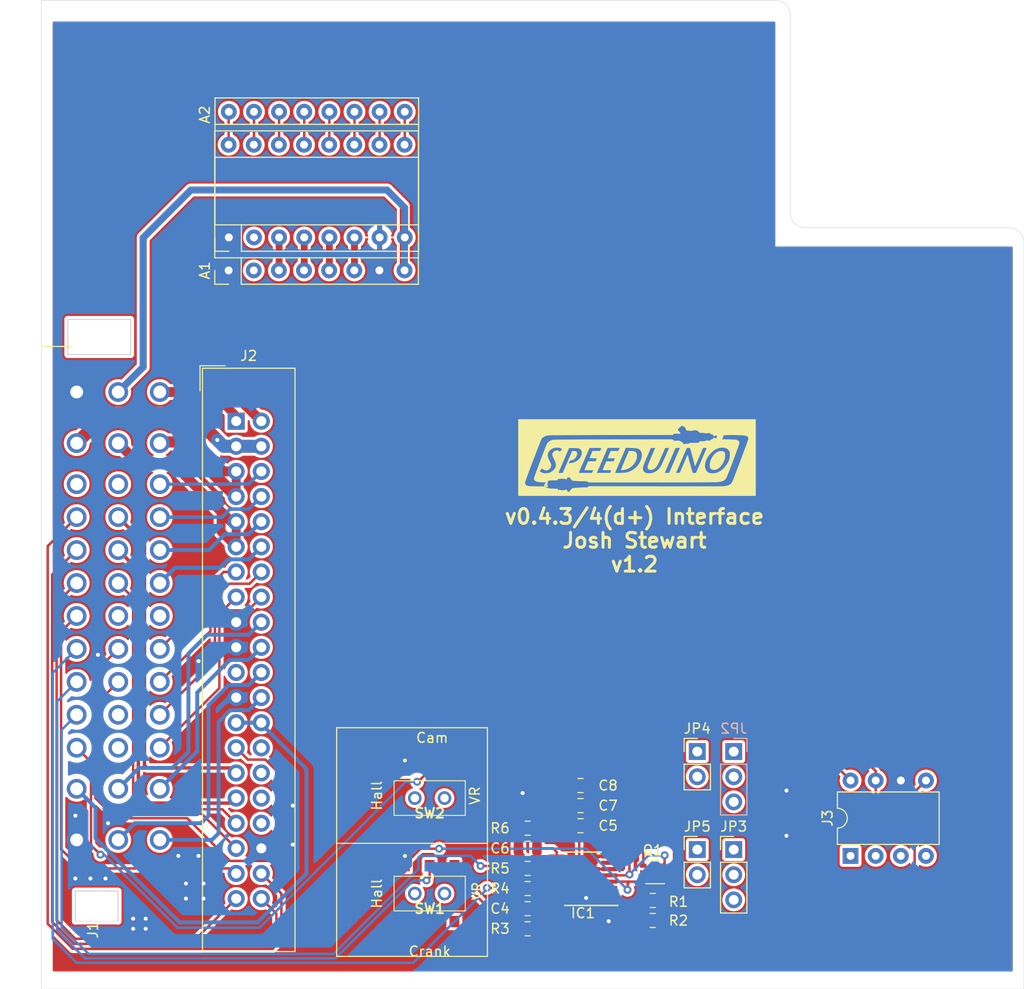
<source format=kicad_pcb>
(kicad_pcb (version 20171130) (host pcbnew "(5.1.9-0-10_14)")
  (layers (0 F.Cu signal) (31 B.Cu signal) (34 B.Paste user) (35 F.Paste user) (36 B.SilkS user) (37 F.SilkS user) (38 B.Mask user) (39 F.Mask user) (44 Edge.Cuts user))
  (net 0 "")
  (net 1 "Net-(A1-Pad2)")
  (net 2 "Net-(J1-PadB3)")
  (net 3 "Net-(J1-PadB4)")
  (net 4 "Net-(J1-PadB7)")
  (net 5 "Net-(J1-PadA7)")
  (net 6 "Net-(J1-PadB11)")
  (net 7 "Net-(J1-PadC11)")
  (net 8 INJ-1-OUT)
  (net 9 INJ-2-OUT)
  (net 10 INJ-3-OUT)
  (net 11 HC-2-OUT)
  (net 12 IDLE-OUT)
  (net 13 INJ-4-OUT)
  (net 14 HC-1-OUT)
  (net 15 BOOST-OUT)
  (net 16 IGN-1-OUT)
  (net 17 IGN-2-OUT)
  (net 18 IGN-4-OUT)
  (net 19 IGN-3-OUT)
  (net 20 GND)
  (net 21 STEP-A2)
  (net 22 STEP-A1)
  (net 23 MAP-EXT)
  (net 24 STEP-B1)
  (net 25 STEP-B2)
  (net 26 VDDA)
  (net 27 Flex_Sensor)
  (net 28 FAN-OUT)
  (net 29 FUELPUMP-OUT)
  (net 30 TACHO-OUT)
  (net 31 Clutch_in)
  (net 32 CLT_Sensor)
  (net 33 TPS_Sensor)
  (net 34 IAT_Sensor)
  (net 35 O2_Sensor)
  (net 36 "Net-(J3-Pad1)")
  (net 37 "Net-(J3-Pad2)")
  (net 38 "Net-(J3-Pad3)")
  (net 39 "Net-(J3-Pad4)")
  (net 40 12V)
  (net 41 "Net-(C4-Pad2)")
  (net 42 "Net-(C4-Pad1)")
  (net 43 "Net-(C6-Pad1)")
  (net 44 "Net-(C6-Pad2)")
  (net 45 "Net-(IC1-Pad2)")
  (net 46 VR1-OUT)
  (net 47 VR2-OUT)
  (net 48 "Net-(IC1-Pad7)")
  (net 49 "Net-(IC1-Pad12)")
  (net 50 "Net-(JP2-Pad1)")
  (net 51 "Net-(JP2-Pad2)")
  (net 52 "Net-(JP2-Pad3)")
  (net 53 "Net-(JP3-Pad3)")
  (net 54 "Net-(JP3-Pad2)")
  (net 55 "Net-(JP3-Pad1)")
  (net 56 "Net-(JP4-Pad1)")
  (net 57 "Net-(JP4-Pad2)")
  (net 58 "Net-(JP5-Pad2)")
  (net 59 "Net-(JP5-Pad1)")
  (net 60 VR1-IN+)
  (net 61 CRANK-IN-)
  (net 62 CAM-IN-)
  (net 63 VR2-IN+)
  (net 64 VDD)
  (net 65 CRANK-IN+)
  (net 66 CAM-IN+)
  (net 67 CAM-CONDITIONED)
  (net 68 CRANK_CONDITIONED)
  (net 69 "Net-(J2-Pad28)")
  (net 70 "Net-(J2-Pad30)")
  (net 71 "Net-(J2-Pad32)")
  (net 72 "Net-(J2-Pad34)")
  (net 73 STEP_ENBL)
  (net 74 STEP_MS1)
  (net 75 STEP_1B)
  (net 76 STEP_MS2)
  (net 77 STEP_1A)
  (net 78 STEP_MS3)
  (net 79 STEP_2A)
  (net 80 STEP_RESET)
  (net 81 STEP_2B)
  (net 82 STEP_SLEEP)
  (net 83 STEP_STEP)
  (net 84 STEP_DIR)
  (net 85 "Net-(A2-Pad2)")
  (module Connector_Automotive:Delphi_Sicma_39_Black (layer F.Cu) (at 90.17 127.642 270)
    (fp_text reference J1 (at 22.606 -9.144 90) (layer F.SilkS))
    (fp_text value Delphi_Sicma_39)
    (pad C7 thru_hole circle (at -9.145 -7.5 270) (size 2 2) (drill 1.3) (layers *.Cu *.Mask) (net 32 CLT_Sensor))
    (pad C6 thru_hole circle (at -5.815 -7.5 270) (size 2 2) (drill 1.3) (layers *.Cu *.Mask) (net 61 CRANK-IN-))
    (pad C5 thru_hole circle (at -2.485 -7.5 270) (size 2 2) (drill 1.3) (layers *.Cu *.Mask) (net 65 CRANK-IN+))
    (pad C4 thru_hole circle (at 0.845 -7.5 270) (size 2 2) (drill 1.3) (layers *.Cu *.Mask) (net 62 CAM-IN-))
    (pad C3 thru_hole circle (at 4.175 -7.5 270) (size 2 2) (drill 1.3) (layers *.Cu *.Mask) (net 66 CAM-IN+))
    (pad C12 thru_hole circle (at -26.615 -7.5 270) (size 2 2) (drill 1.3) (layers *.Cu *.Mask) (net 9 INJ-2-OUT))
    (pad B12 thru_hole circle (at -26.615 -11.7 270) (size 2 2) (drill 1.3) (layers *.Cu *.Mask) (net 13 INJ-4-OUT))
    (pad B3 thru_hole circle (at 4.175 -11.7 270) (size 2 2) (drill 1.3) (layers *.Cu *.Mask) (net 2 "Net-(J1-PadB3)"))
    (pad B4 thru_hole circle (at 0.845 -11.7 270) (size 2 2) (drill 1.3) (layers *.Cu *.Mask) (net 3 "Net-(J1-PadB4)"))
    (pad B5 thru_hole circle (at -2.485 -11.7 270) (size 2 2) (drill 1.3) (layers *.Cu *.Mask) (net 31 Clutch_in))
    (pad B6 thru_hole circle (at -5.815 -11.7 270) (size 2 2) (drill 1.3) (layers *.Cu *.Mask) (net 27 Flex_Sensor))
    (pad B7 thru_hole circle (at -9.145 -11.7 270) (size 2 2) (drill 1.3) (layers *.Cu *.Mask) (net 4 "Net-(J1-PadB7)"))
    (pad A7 thru_hole circle (at -9.145 -15.9 270) (size 2 2) (drill 1.3) (layers *.Cu *.Mask) (net 5 "Net-(J1-PadA7)"))
    (pad A6 thru_hole circle (at -5.815 -15.9 270) (size 2 2) (drill 1.3) (layers *.Cu *.Mask) (net 16 IGN-1-OUT))
    (pad A12 thru_hole circle (at -26.615 -15.9 270) (size 2 2) (drill 1.3) (layers *.Cu *.Mask) (net 10 INJ-3-OUT))
    (pad A3 thru_hole circle (at 4.175 -15.9 270) (size 2 2) (drill 1.3) (layers *.Cu *.Mask) (net 19 IGN-3-OUT))
    (pad A5 thru_hole circle (at -2.485 -15.9 270) (size 2 2) (drill 1.3) (layers *.Cu *.Mask) (net 17 IGN-2-OUT))
    (pad A4 thru_hole circle (at 0.845 -15.9 270) (size 2 2) (drill 1.3) (layers *.Cu *.Mask) (net 18 IGN-4-OUT))
    (pad B1 thru_hole circle (at 13.491 -11.7 270) (size 2 2) (drill 1.3) (layers *.Cu *.Mask) (net 24 STEP-B1))
    (pad B13 thru_hole circle (at -31.781 -11.7 270) (size 2 2) (drill 1.3) (layers *.Cu *.Mask) (net 40 12V))
    (pad A1 thru_hole circle (at 13.491 -15.9 270) (size 2 2) (drill 1.3) (layers *.Cu *.Mask) (net 25 STEP-B2))
    (pad A13 thru_hole circle (at -31.781 -15.9 270) (size 2 2) (drill 1.3) (layers *.Cu *.Mask) (net 8 INJ-1-OUT))
    (pad C1 thru_hole circle (at 13.491 -7.5 270) (size 2 2) (drill 1.3) (layers *.Cu *.Mask) (net 20 GND))
    (pad C13 thru_hole circle (at -31.781 -7.5 270) (size 2 2) (drill 1.3) (layers *.Cu *.Mask) (net 20 GND))
    (pad B2 thru_hole circle (at 8.325 -11.7 270) (size 2 2) (drill 1.3) (layers *.Cu *.Mask) (net 21 STEP-A2))
    (pad A2 thru_hole circle (at 8.325 -15.9 270) (size 2 2) (drill 1.3) (layers *.Cu *.Mask) (net 22 STEP-A1))
    (pad C2 thru_hole circle (at 8.325 -7.5 270) (size 2 2) (drill 1.3) (layers *.Cu *.Mask) (net 26 VDDA))
    (pad B8 thru_hole circle (at -12.475 -11.7 270) (size 2 2) (drill 1.3) (layers *.Cu *.Mask) (net 30 TACHO-OUT))
    (pad B9 thru_hole circle (at -15.805 -11.7 270) (size 2 2) (drill 1.3) (layers *.Cu *.Mask) (net 29 FUELPUMP-OUT))
    (pad B10 thru_hole circle (at -19.135 -11.7 270) (size 2 2) (drill 1.3) (layers *.Cu *.Mask) (net 28 FAN-OUT))
    (pad B11 thru_hole circle (at -22.465 -11.7 270) (size 2 2) (drill 1.3) (layers *.Cu *.Mask) (net 6 "Net-(J1-PadB11)"))
    (pad A11 thru_hole circle (at -22.465 -15.9 270) (size 2 2) (drill 1.3) (layers *.Cu *.Mask) (net 11 HC-2-OUT))
    (pad A10 thru_hole circle (at -19.135 -15.9 270) (size 2 2) (drill 1.3) (layers *.Cu *.Mask) (net 12 IDLE-OUT))
    (pad A9 thru_hole circle (at -15.805 -15.9 270) (size 2 2) (drill 1.3) (layers *.Cu *.Mask) (net 14 HC-1-OUT))
    (pad A8 thru_hole circle (at -12.475 -15.9 270) (size 2 2) (drill 1.3) (layers *.Cu *.Mask) (net 15 BOOST-OUT))
    (pad C11 thru_hole circle (at -22.465 -7.5 270) (size 2 2) (drill 1.3) (layers *.Cu *.Mask) (net 7 "Net-(J1-PadC11)"))
    (pad C10 thru_hole circle (at -19.135 -7.5 270) (size 2 2) (drill 1.3) (layers *.Cu *.Mask) (net 33 TPS_Sensor))
    (pad C9 thru_hole circle (at -15.805 -7.5 270) (size 2 2) (drill 1.3) (layers *.Cu *.Mask) (net 35 O2_Sensor))
    (pad C8 thru_hole circle (at -12.475 -7.5 270) (size 2 2) (drill 1.3) (layers *.Cu *.Mask) (net 34 IAT_Sensor))
  )
  (module "Misc:Speeduino logo_sml" (layer F.Cu) (at 154.305 102.489)
    (fp_text reference G*** hide)
    (fp_text value LOGO hide)
  )
  (module Module:Pololu_Breakout-16_15.2x20.3mm (layer F.Cu) (at 113.03 83.566 90)
    (fp_text reference A1 (at 0 -2.413 90) (layer F.SilkS))
    (fp_text value Pololu_Breakout_A4988)
    (pad 1 thru_hole rect (at 0 0 90) (size 1.6 1.6) (drill 0.8) (layers *.Cu *.Mask) (net 20 GND))
    (pad 9 thru_hole oval (at 12.7 17.78 90) (size 1.6 1.6) (drill 0.8) (layers *.Cu *.Mask) (net 73 STEP_ENBL))
    (pad 2 thru_hole oval (at 0 2.54 90) (size 1.6 1.6) (drill 0.8) (layers *.Cu *.Mask) (net 1 "Net-(A1-Pad2)"))
    (pad 10 thru_hole oval (at 12.7 15.24 90) (size 1.6 1.6) (drill 0.8) (layers *.Cu *.Mask) (net 74 STEP_MS1))
    (pad 3 thru_hole oval (at 0 5.08 90) (size 1.6 1.6) (drill 0.8) (layers *.Cu *.Mask) (net 75 STEP_1B))
    (pad 11 thru_hole oval (at 12.7 12.7 90) (size 1.6 1.6) (drill 0.8) (layers *.Cu *.Mask) (net 76 STEP_MS2))
    (pad 4 thru_hole oval (at 0 7.62 90) (size 1.6 1.6) (drill 0.8) (layers *.Cu *.Mask) (net 77 STEP_1A))
    (pad 12 thru_hole oval (at 12.7 10.16 90) (size 1.6 1.6) (drill 0.8) (layers *.Cu *.Mask) (net 78 STEP_MS3))
    (pad 5 thru_hole oval (at 0 10.16 90) (size 1.6 1.6) (drill 0.8) (layers *.Cu *.Mask) (net 79 STEP_2A))
    (pad 13 thru_hole oval (at 12.7 7.62 90) (size 1.6 1.6) (drill 0.8) (layers *.Cu *.Mask) (net 80 STEP_RESET))
    (pad 6 thru_hole oval (at 0 12.7 90) (size 1.6 1.6) (drill 0.8) (layers *.Cu *.Mask) (net 81 STEP_2B))
    (pad 14 thru_hole oval (at 12.7 5.08 90) (size 1.6 1.6) (drill 0.8) (layers *.Cu *.Mask) (net 82 STEP_SLEEP))
    (pad 7 thru_hole oval (at 0 15.24 90) (size 1.6 1.6) (drill 0.8) (layers *.Cu *.Mask) (net 20 GND))
    (pad 15 thru_hole oval (at 12.7 2.54 90) (size 1.6 1.6) (drill 0.8) (layers *.Cu *.Mask) (net 83 STEP_STEP))
    (pad 8 thru_hole oval (at 0 17.78 90) (size 1.6 1.6) (drill 0.8) (layers *.Cu *.Mask) (net 40 12V))
    (pad 16 thru_hole oval (at 12.7 0 90) (size 1.6 1.6) (drill 0.8) (layers *.Cu *.Mask) (net 84 STEP_DIR))
  )
  (module Connector_IDC:IDC-Header_2x20_P2.54mm_Vertical (layer F.Cu) (at 113.792 98.806)
    (fp_text reference J2 (at 1.27 -6.604) (layer F.SilkS))
    (fp_text value Conn_02x20_Counter_Clockwise)
    (pad 1 thru_hole rect (at 0 0) (size 1.7272 1.7272) (drill 1.016) (layers *.Cu *.Mask) (net 8 INJ-1-OUT))
    (pad 2 thru_hole oval (at 2.54 0) (size 1.7272 1.7272) (drill 1.016) (layers *.Cu *.Mask) (net 8 INJ-1-OUT))
    (pad 3 thru_hole oval (at 0 2.54) (size 1.7272 1.7272) (drill 1.016) (layers *.Cu *.Mask) (net 9 INJ-2-OUT))
    (pad 4 thru_hole oval (at 2.54 2.54) (size 1.7272 1.7272) (drill 1.016) (layers *.Cu *.Mask) (net 9 INJ-2-OUT))
    (pad 5 thru_hole oval (at 0 5.08) (size 1.7272 1.7272) (drill 1.016) (layers *.Cu *.Mask) (net 10 INJ-3-OUT))
    (pad 6 thru_hole oval (at 2.54 5.08) (size 1.7272 1.7272) (drill 1.016) (layers *.Cu *.Mask) (net 11 HC-2-OUT))
    (pad 7 thru_hole oval (at 0 7.62) (size 1.7272 1.7272) (drill 1.016) (layers *.Cu *.Mask) (net 10 INJ-3-OUT))
    (pad 8 thru_hole oval (at 2.54 7.62) (size 1.7272 1.7272) (drill 1.016) (layers *.Cu *.Mask) (net 12 IDLE-OUT))
    (pad 9 thru_hole oval (at 0 10.16) (size 1.7272 1.7272) (drill 1.016) (layers *.Cu *.Mask) (net 13 INJ-4-OUT))
    (pad 10 thru_hole oval (at 2.54 10.16) (size 1.7272 1.7272) (drill 1.016) (layers *.Cu *.Mask) (net 14 HC-1-OUT))
    (pad 11 thru_hole oval (at 0 12.7) (size 1.7272 1.7272) (drill 1.016) (layers *.Cu *.Mask) (net 13 INJ-4-OUT))
    (pad 12 thru_hole oval (at 2.54 12.7) (size 1.7272 1.7272) (drill 1.016) (layers *.Cu *.Mask) (net 15 BOOST-OUT))
    (pad 13 thru_hole oval (at 0 15.24) (size 1.7272 1.7272) (drill 1.016) (layers *.Cu *.Mask) (net 16 IGN-1-OUT))
    (pad 14 thru_hole oval (at 2.54 15.24) (size 1.7272 1.7272) (drill 1.016) (layers *.Cu *.Mask) (net 17 IGN-2-OUT))
    (pad 15 thru_hole oval (at 0 17.78) (size 1.7272 1.7272) (drill 1.016) (layers *.Cu *.Mask) (net 18 IGN-4-OUT))
    (pad 16 thru_hole oval (at 2.54 17.78) (size 1.7272 1.7272) (drill 1.016) (layers *.Cu *.Mask) (net 19 IGN-3-OUT))
    (pad 17 thru_hole oval (at 0 20.32) (size 1.7272 1.7272) (drill 1.016) (layers *.Cu *.Mask) (net 20 GND))
    (pad 18 thru_hole oval (at 2.54 20.32) (size 1.7272 1.7272) (drill 1.016) (layers *.Cu *.Mask) (net 21 STEP-A2))
    (pad 19 thru_hole oval (at 0 22.86) (size 1.7272 1.7272) (drill 1.016) (layers *.Cu *.Mask) (net 20 GND))
    (pad 20 thru_hole oval (at 2.54 22.86) (size 1.7272 1.7272) (drill 1.016) (layers *.Cu *.Mask) (net 22 STEP-A1))
    (pad 21 thru_hole oval (at 0 25.4) (size 1.7272 1.7272) (drill 1.016) (layers *.Cu *.Mask) (net 23 MAP-EXT))
    (pad 22 thru_hole oval (at 2.54 25.4) (size 1.7272 1.7272) (drill 1.016) (layers *.Cu *.Mask) (net 24 STEP-B1))
    (pad 23 thru_hole oval (at 0 27.94) (size 1.7272 1.7272) (drill 1.016) (layers *.Cu *.Mask) (net 20 GND))
    (pad 24 thru_hole oval (at 2.54 27.94) (size 1.7272 1.7272) (drill 1.016) (layers *.Cu *.Mask) (net 25 STEP-B2))
    (pad 25 thru_hole oval (at 0 30.48) (size 1.7272 1.7272) (drill 1.016) (layers *.Cu *.Mask) (net 26 VDDA))
    (pad 26 thru_hole oval (at 2.54 30.48) (size 1.7272 1.7272) (drill 1.016) (layers *.Cu *.Mask) (net 26 VDDA))
    (pad 27 thru_hole oval (at 0 33.02) (size 1.7272 1.7272) (drill 1.016) (layers *.Cu *.Mask) (net 27 Flex_Sensor))
    (pad 28 thru_hole oval (at 2.54 33.02) (size 1.7272 1.7272) (drill 1.016) (layers *.Cu *.Mask) (net 69 "Net-(J2-Pad28)"))
    (pad 29 thru_hole oval (at 0 35.56) (size 1.7272 1.7272) (drill 1.016) (layers *.Cu *.Mask) (net 28 FAN-OUT))
    (pad 30 thru_hole oval (at 2.54 35.56) (size 1.7272 1.7272) (drill 1.016) (layers *.Cu *.Mask) (net 70 "Net-(J2-Pad30)"))
    (pad 31 thru_hole oval (at 0 38.1) (size 1.7272 1.7272) (drill 1.016) (layers *.Cu *.Mask) (net 29 FUELPUMP-OUT))
    (pad 32 thru_hole oval (at 2.54 38.1) (size 1.7272 1.7272) (drill 1.016) (layers *.Cu *.Mask) (net 71 "Net-(J2-Pad32)"))
    (pad 33 thru_hole oval (at 0 40.64) (size 1.7272 1.7272) (drill 1.016) (layers *.Cu *.Mask) (net 30 TACHO-OUT))
    (pad 34 thru_hole oval (at 2.54 40.64) (size 1.7272 1.7272) (drill 1.016) (layers *.Cu *.Mask) (net 72 "Net-(J2-Pad34)"))
    (pad 35 thru_hole oval (at 0 43.18) (size 1.7272 1.7272) (drill 1.016) (layers *.Cu *.Mask) (net 31 Clutch_in))
    (pad 36 thru_hole oval (at 2.54 43.18) (size 1.7272 1.7272) (drill 1.016) (layers *.Cu *.Mask) (net 20 GND))
    (pad 37 thru_hole oval (at 0 45.72) (size 1.7272 1.7272) (drill 1.016) (layers *.Cu *.Mask) (net 32 CLT_Sensor))
    (pad 38 thru_hole oval (at 2.54 45.72) (size 1.7272 1.7272) (drill 1.016) (layers *.Cu *.Mask) (net 33 TPS_Sensor))
    (pad 39 thru_hole oval (at 0 48.26) (size 1.7272 1.7272) (drill 1.016) (layers *.Cu *.Mask) (net 34 IAT_Sensor))
    (pad 40 thru_hole oval (at 2.54 48.26) (size 1.7272 1.7272) (drill 1.016) (layers *.Cu *.Mask) (net 35 O2_Sensor))
  )
  (module Capacitor_SMD:C_0805_2012Metric (layer F.Cu) (at 143.256 148.082 180)
    (fp_text reference C4 (at 2.794 0 180) (layer F.SilkS))
    (fp_text value 1nF)
    (pad 2 smd roundrect (at 0.9375 0 180) (size 0.975 1.4) (layers F.Cu F.Paste F.Mask) (net 41 "Net-(C4-Pad2)"))
    (pad 1 smd roundrect (at -0.9375 0 180) (size 0.975 1.4) (layers F.Cu F.Paste F.Mask) (net 42 "Net-(C4-Pad1)"))
  )
  (module Capacitor_SMD:C_0805_2012Metric (layer F.Cu) (at 148.59 139.7)
    (fp_text reference C5 (at 2.794 0) (layer F.SilkS))
    (fp_text value 0.01uF)
    (pad 2 smd roundrect (at 0.9375 0) (size 0.975 1.4) (layers F.Cu F.Paste F.Mask) (net 20 GND))
    (pad 1 smd roundrect (at -0.9375 0) (size 0.975 1.4) (layers F.Cu F.Paste F.Mask) (net 64 VDD))
  )
  (module Capacitor_SMD:C_0805_2012Metric (layer F.Cu) (at 143.256 141.986)
    (fp_text reference C6 (at -2.794 0) (layer F.SilkS))
    (fp_text value 1nF)
    (pad 1 smd roundrect (at -0.9375 0) (size 0.975 1.4) (layers F.Cu F.Paste F.Mask) (net 43 "Net-(C6-Pad1)"))
    (pad 2 smd roundrect (at 0.9375 0) (size 0.975 1.4) (layers F.Cu F.Paste F.Mask) (net 44 "Net-(C6-Pad2)"))
  )
  (module Capacitor_SMD:C_0805_2012Metric (layer F.Cu) (at 148.59 137.668)
    (fp_text reference C7 (at 2.794 0) (layer F.SilkS))
    (fp_text value 0.1uF)
    (pad 1 smd roundrect (at -0.9375 0) (size 0.975 1.4) (layers F.Cu F.Paste F.Mask) (net 64 VDD))
    (pad 2 smd roundrect (at 0.9375 0) (size 0.975 1.4) (layers F.Cu F.Paste F.Mask) (net 20 GND))
  )
  (module Capacitor_SMD:C_0805_2012Metric (layer F.Cu) (at 148.59 135.636)
    (fp_text reference C8 (at 2.794 0) (layer F.SilkS))
    (fp_text value 1uF)
    (pad 2 smd roundrect (at 0.9375 0) (size 0.975 1.4) (layers F.Cu F.Paste F.Mask) (net 20 GND))
    (pad 1 smd roundrect (at -0.9375 0) (size 0.975 1.4) (layers F.Cu F.Paste F.Mask) (net 64 VDD))
  )
  (module Package_SO:QSOP-16_3.9x4.9mm_P0.635mm (layer F.Cu) (at 148.844 145.034 180)
    (fp_text reference IC1 (at 0 -3.5) (layer F.SilkS))
    (fp_text value MAX9926UAEE_V+)
    (pad 1 smd rect (at -2.6543 -2.2225 180) (size 1.6 0.41) (layers F.Cu F.Paste F.Mask) (net 20 GND))
    (pad 2 smd rect (at -2.6543 -1.5875 180) (size 1.6 0.41) (layers F.Cu F.Paste F.Mask) (net 45 "Net-(IC1-Pad2)"))
    (pad 3 smd rect (at -2.6543 -0.9525 180) (size 1.6 0.41) (layers F.Cu F.Paste F.Mask) (net 20 GND))
    (pad 4 smd rect (at -2.6543 -0.3175 180) (size 1.6 0.41) (layers F.Cu F.Paste F.Mask) (net 46 VR1-OUT))
    (pad 5 smd rect (at -2.6543 0.3175 180) (size 1.6 0.41) (layers F.Cu F.Paste F.Mask) (net 47 VR2-OUT))
    (pad 6 smd rect (at -2.6543 0.9525 180) (size 1.6 0.41) (layers F.Cu F.Paste F.Mask) (net 20 GND))
    (pad 7 smd rect (at -2.6543 1.5875 180) (size 1.6 0.41) (layers F.Cu F.Paste F.Mask) (net 48 "Net-(IC1-Pad7)"))
    (pad 8 smd rect (at -2.6543 2.2225 180) (size 1.6 0.41) (layers F.Cu F.Paste F.Mask) (net 20 GND))
    (pad 9 smd rect (at 2.6543 2.2225 180) (size 1.6 0.41) (layers F.Cu F.Paste F.Mask) (net 44 "Net-(C6-Pad2)"))
    (pad 10 smd rect (at 2.6543 1.5875 180) (size 1.6 0.41) (layers F.Cu F.Paste F.Mask) (net 43 "Net-(C6-Pad1)"))
    (pad 11 smd rect (at 2.6543 0.9525 180) (size 1.6 0.41) (layers F.Cu F.Paste F.Mask) (net 20 GND))
    (pad 12 smd rect (at 2.6543 0.3175 180) (size 1.6 0.41) (layers F.Cu F.Paste F.Mask) (net 49 "Net-(IC1-Pad12)"))
    (pad 13 smd rect (at 2.6543 -0.3175 180) (size 1.6 0.41) (layers F.Cu F.Paste F.Mask) (net 20 GND))
    (pad 14 smd rect (at 2.6543 -0.9525 180) (size 1.6 0.41) (layers F.Cu F.Paste F.Mask) (net 64 VDD))
    (pad 15 smd rect (at 2.6543 -1.5875 180) (size 1.6 0.41) (layers F.Cu F.Paste F.Mask) (net 41 "Net-(C4-Pad2)"))
    (pad 16 smd rect (at 2.6543 -2.2225 180) (size 1.6 0.41) (layers F.Cu F.Paste F.Mask) (net 42 "Net-(C4-Pad1)"))
  )
  (module Connector_PinHeader_2.54mm:PinHeader_1x03_P2.54mm_Vertical (layer B.Cu) (at 164.084 132.207 180)
    (fp_text reference JP2 (at 0 2.33) (layer B.SilkS) (effects (justify mirror)))
    (fp_text value Conn_01x03_Female)
    (pad 1 thru_hole rect (at 0 0 180) (size 1.7 1.7) (drill 1) (layers *.Cu *.Mask) (net 50 "Net-(JP2-Pad1)"))
    (pad 2 thru_hole oval (at 0 -2.54 180) (size 1.7 1.7) (drill 1) (layers *.Cu *.Mask) (net 51 "Net-(JP2-Pad2)"))
    (pad 3 thru_hole oval (at 0 -5.08 180) (size 1.7 1.7) (drill 1) (layers *.Cu *.Mask) (net 52 "Net-(JP2-Pad3)"))
  )
  (module Connector_PinHeader_2.54mm:PinHeader_1x03_P2.54mm_Vertical (layer F.Cu) (at 164.084 142.113)
    (fp_text reference JP3 (at 0 -2.33) (layer F.SilkS))
    (fp_text value Conn_01x03_Female)
    (pad 3 thru_hole oval (at 0 5.08) (size 1.7 1.7) (drill 1) (layers *.Cu *.Mask) (net 53 "Net-(JP3-Pad3)"))
    (pad 2 thru_hole oval (at 0 2.54) (size 1.7 1.7) (drill 1) (layers *.Cu *.Mask) (net 54 "Net-(JP3-Pad2)"))
    (pad 1 thru_hole rect (at 0 0) (size 1.7 1.7) (drill 1) (layers *.Cu *.Mask) (net 55 "Net-(JP3-Pad1)"))
  )
  (module Connector_PinHeader_2.54mm:PinHeader_1x02_P2.54mm_Vertical (layer F.Cu) (at 160.401 132.207)
    (fp_text reference JP4 (at 0 -2.33) (layer F.SilkS))
    (fp_text value Conn_01x02_Female)
    (pad 1 thru_hole rect (at 0 0) (size 1.7 1.7) (drill 1) (layers *.Cu *.Mask) (net 56 "Net-(JP4-Pad1)"))
    (pad 2 thru_hole oval (at 0 2.54) (size 1.7 1.7) (drill 1) (layers *.Cu *.Mask) (net 57 "Net-(JP4-Pad2)"))
  )
  (module Connector_PinHeader_2.54mm:PinHeader_1x02_P2.54mm_Vertical (layer F.Cu) (at 160.401 142.113)
    (fp_text reference JP5 (at 0 -2.33) (layer F.SilkS))
    (fp_text value Conn_01x02_Female)
    (pad 2 thru_hole oval (at 0 2.54) (size 1.7 1.7) (drill 1) (layers *.Cu *.Mask) (net 58 "Net-(JP5-Pad2)"))
    (pad 1 thru_hole rect (at 0 0) (size 1.7 1.7) (drill 1) (layers *.Cu *.Mask) (net 59 "Net-(JP5-Pad1)"))
  )
  (module Package_TO_SOT_SMD:SOT-363_SC-70-6 (layer F.Cu) (at 155.8925 144.399 180)
    (fp_text reference Q1 (at 0 2.2225) (layer F.SilkS))
    (fp_text value Q_DUAL_NMOS_S1G1D2S2G2D1)
    (pad 1 smd rect (at -0.95 -0.65 180) (size 0.65 0.4) (layers F.Cu F.Paste F.Mask) (net 68 CRANK_CONDITIONED))
    (pad 3 smd rect (at -0.95 0.65 180) (size 0.65 0.4) (layers F.Cu F.Paste F.Mask) (net 47 VR2-OUT))
    (pad 5 smd rect (at 0.95 0 180) (size 0.65 0.4) (layers F.Cu F.Paste F.Mask) (net 64 VDD))
    (pad 2 smd rect (at -0.95 0 180) (size 0.65 0.4) (layers F.Cu F.Paste F.Mask) (net 64 VDD))
    (pad 4 smd rect (at 0.95 0.65 180) (size 0.65 0.4) (layers F.Cu F.Paste F.Mask) (net 67 CAM-CONDITIONED))
    (pad 6 smd rect (at 0.95 -0.65 180) (size 0.65 0.4) (layers F.Cu F.Paste F.Mask) (net 46 VR1-OUT))
  )
  (module Resistor_SMD:R_0805_2012Metric (layer F.Cu) (at 155.8925 147.2565 180)
    (fp_text reference R1 (at -2.6035 -0.127) (layer F.SilkS))
    (fp_text value 1k)
    (pad 2 smd roundrect (at 0.9375 0 180) (size 0.975 1.4) (layers F.Cu F.Paste F.Mask) (net 64 VDD))
    (pad 1 smd roundrect (at -0.9375 0 180) (size 0.975 1.4) (layers F.Cu F.Paste F.Mask) (net 68 CRANK_CONDITIONED))
  )
  (module Resistor_SMD:R_0805_2012Metric (layer F.Cu) (at 155.8925 149.276501)
    (fp_text reference R2 (at 2.6035 0.011999) (layer F.SilkS))
    (fp_text value 1k)
    (pad 1 smd roundrect (at -0.9375 0) (size 0.975 1.4) (layers F.Cu F.Paste F.Mask) (net 64 VDD))
    (pad 2 smd roundrect (at 0.9375 0) (size 0.975 1.4) (layers F.Cu F.Paste F.Mask) (net 67 CAM-CONDITIONED))
  )
  (module Resistor_SMD:R_0805_2012Metric (layer F.Cu) (at 143.256 150.114)
    (fp_text reference R3 (at -2.794 0) (layer F.SilkS))
    (fp_text value 10k)
    (pad 1 smd roundrect (at -0.9375 0) (size 0.975 1.4) (layers F.Cu F.Paste F.Mask) (net 60 VR1-IN+))
    (pad 2 smd roundrect (at 0.9375 0) (size 0.975 1.4) (layers F.Cu F.Paste F.Mask) (net 42 "Net-(C4-Pad1)"))
  )
  (module Resistor_SMD:R_0805_2012Metric (layer F.Cu) (at 143.256 146.05)
    (fp_text reference R4 (at -2.794 0) (layer F.SilkS))
    (fp_text value 10k)
    (pad 1 smd roundrect (at -0.9375 0) (size 0.975 1.4) (layers F.Cu F.Paste F.Mask) (net 61 CRANK-IN-))
    (pad 2 smd roundrect (at 0.9375 0) (size 0.975 1.4) (layers F.Cu F.Paste F.Mask) (net 41 "Net-(C4-Pad2)"))
  )
  (module Resistor_SMD:R_0805_2012Metric (layer F.Cu) (at 143.256 144.018)
    (fp_text reference R5 (at -2.794 0) (layer F.SilkS))
    (fp_text value 10k)
    (pad 2 smd roundrect (at 0.9375 0) (size 0.975 1.4) (layers F.Cu F.Paste F.Mask) (net 43 "Net-(C6-Pad1)"))
    (pad 1 smd roundrect (at -0.9375 0) (size 0.975 1.4) (layers F.Cu F.Paste F.Mask) (net 62 CAM-IN-))
  )
  (module Resistor_SMD:R_0805_2012Metric (layer F.Cu) (at 143.256 139.954)
    (fp_text reference R6 (at -2.794 0) (layer F.SilkS))
    (fp_text value 10k)
    (pad 2 smd roundrect (at 0.9375 0) (size 0.975 1.4) (layers F.Cu F.Paste F.Mask) (net 44 "Net-(C6-Pad2)"))
    (pad 1 smd roundrect (at -0.9375 0) (size 0.975 1.4) (layers F.Cu F.Paste F.Mask) (net 63 VR2-IN+))
  )
  (module Misc:AYZ0202AGRLC (layer F.Cu) (at 133.35 146.558)
    (fp_text reference SW1 (at 0 1.524) (layer F.SilkS) (effects (font (thickness 0.2))))
    (fp_text value SW_DPDT_x2 hide)
    (pad MH2 thru_hole circle (at 1.5 0) (size 1.381 1.381) (drill 0.85) (layers *.Cu *.Mask))
    (pad MH1 thru_hole circle (at -1.5 0) (size 1.381 1.381) (drill 0.85) (layers *.Cu *.Mask))
    (pad 6 smd rect (at 2.5 2.825) (size 1 1.15) (layers F.Cu F.Paste F.Mask))
    (pad 5 smd rect (at 0 2.825) (size 1 1.15) (layers F.Cu F.Paste F.Mask))
    (pad 4 smd rect (at -2.5 2.825) (size 1 1.15) (layers F.Cu F.Paste F.Mask))
    (pad 3 smd rect (at 2.5 -2.825) (size 1 1.15) (layers F.Cu F.Paste F.Mask) (net 60 VR1-IN+))
    (pad 2 smd rect (at 0 -2.825) (size 1 1.15) (layers F.Cu F.Paste F.Mask) (net 65 CRANK-IN+))
    (pad 1 smd rect (at -2.5 -2.825) (size 1 1.15) (layers F.Cu F.Paste F.Mask) (net 46 VR1-OUT))
  )
  (module Misc:AYZ0202AGRLC (layer F.Cu) (at 133.35 136.906)
    (fp_text reference SW2 (at 0 1.524) (layer F.SilkS) (effects (font (thickness 0.2))))
    (fp_text value SW_DPDT_x2 hide)
    (pad 1 smd rect (at -2.5 -2.825) (size 1 1.15) (layers F.Cu F.Paste F.Mask) (net 47 VR2-OUT))
    (pad 2 smd rect (at 0 -2.825) (size 1 1.15) (layers F.Cu F.Paste F.Mask) (net 66 CAM-IN+))
    (pad 3 smd rect (at 2.5 -2.825) (size 1 1.15) (layers F.Cu F.Paste F.Mask) (net 63 VR2-IN+))
    (pad 4 smd rect (at -2.5 2.825) (size 1 1.15) (layers F.Cu F.Paste F.Mask))
    (pad 5 smd rect (at 0 2.825) (size 1 1.15) (layers F.Cu F.Paste F.Mask))
    (pad 6 smd rect (at 2.5 2.825) (size 1 1.15) (layers F.Cu F.Paste F.Mask))
    (pad MH1 thru_hole circle (at -1.5 0) (size 1.381 1.381) (drill 0.85) (layers *.Cu *.Mask))
    (pad MH2 thru_hole circle (at 1.5 0) (size 1.381 1.381) (drill 0.85) (layers *.Cu *.Mask))
  )
  (module Package_DIP:DIP-8_W7.62mm (layer F.Cu) (at 175.895 142.748 90)
    (fp_text reference J3 (at 3.81 -2.33 90) (layer F.SilkS))
    (fp_text value Conn_02x04_Counter_Clockwise)
    (pad 1 thru_hole rect (at 0 0 90) (size 1.6 1.6) (drill 0.8) (layers *.Cu *.Mask) (net 36 "Net-(J3-Pad1)"))
    (pad 5 thru_hole oval (at 7.62 7.62 90) (size 1.6 1.6) (drill 0.8) (layers *.Cu *.Mask) (net 64 VDD))
    (pad 2 thru_hole oval (at 0 2.54 90) (size 1.6 1.6) (drill 0.8) (layers *.Cu *.Mask) (net 37 "Net-(J3-Pad2)"))
    (pad 6 thru_hole oval (at 7.62 5.08 90) (size 1.6 1.6) (drill 0.8) (layers *.Cu *.Mask) (net 20 GND))
    (pad 3 thru_hole oval (at 0 5.08 90) (size 1.6 1.6) (drill 0.8) (layers *.Cu *.Mask) (net 38 "Net-(J3-Pad3)"))
    (pad 7 thru_hole oval (at 7.62 2.54 90) (size 1.6 1.6) (drill 0.8) (layers *.Cu *.Mask) (net 67 CAM-CONDITIONED))
    (pad 4 thru_hole oval (at 0 7.62 90) (size 1.6 1.6) (drill 0.8) (layers *.Cu *.Mask) (net 39 "Net-(J3-Pad4)"))
    (pad 8 thru_hole oval (at 7.62 0 90) (size 1.6 1.6) (drill 0.8) (layers *.Cu *.Mask) (net 68 CRANK_CONDITIONED))
  )
  (module Module:Pololu_Breakout-16_15.2x20.3mm (layer F.Cu) (at 113.051001 80.232999 90)
    (fp_text reference A2 (at 12.414999 -2.434001 90) (layer F.SilkS))
    (fp_text value Pololu_Breakout_A4988)
    (pad 1 thru_hole rect (at 0 0 90) (size 1.6 1.6) (drill 0.8) (layers *.Cu *.Mask) (net 20 GND))
    (pad 9 thru_hole oval (at 12.7 17.78 90) (size 1.6 1.6) (drill 0.8) (layers *.Cu *.Mask) (net 73 STEP_ENBL))
    (pad 2 thru_hole oval (at 0 2.54 90) (size 1.6 1.6) (drill 0.8) (layers *.Cu *.Mask) (net 85 "Net-(A2-Pad2)"))
    (pad 10 thru_hole oval (at 12.7 15.24 90) (size 1.6 1.6) (drill 0.8) (layers *.Cu *.Mask) (net 74 STEP_MS1))
    (pad 3 thru_hole oval (at 0 5.08 90) (size 1.6 1.6) (drill 0.8) (layers *.Cu *.Mask) (net 75 STEP_1B))
    (pad 11 thru_hole oval (at 12.7 12.7 90) (size 1.6 1.6) (drill 0.8) (layers *.Cu *.Mask) (net 76 STEP_MS2))
    (pad 4 thru_hole oval (at 0 7.62 90) (size 1.6 1.6) (drill 0.8) (layers *.Cu *.Mask) (net 77 STEP_1A))
    (pad 12 thru_hole oval (at 12.7 10.16 90) (size 1.6 1.6) (drill 0.8) (layers *.Cu *.Mask) (net 78 STEP_MS3))
    (pad 5 thru_hole oval (at 0 10.16 90) (size 1.6 1.6) (drill 0.8) (layers *.Cu *.Mask) (net 79 STEP_2A))
    (pad 13 thru_hole oval (at 12.7 7.62 90) (size 1.6 1.6) (drill 0.8) (layers *.Cu *.Mask) (net 80 STEP_RESET))
    (pad 6 thru_hole oval (at 0 12.7 90) (size 1.6 1.6) (drill 0.8) (layers *.Cu *.Mask) (net 81 STEP_2B))
    (pad 14 thru_hole oval (at 12.7 5.08 90) (size 1.6 1.6) (drill 0.8) (layers *.Cu *.Mask) (net 82 STEP_SLEEP))
    (pad 7 thru_hole oval (at 0 15.24 90) (size 1.6 1.6) (drill 0.8) (layers *.Cu *.Mask) (net 20 GND))
    (pad 15 thru_hole oval (at 12.7 2.54 90) (size 1.6 1.6) (drill 0.8) (layers *.Cu *.Mask) (net 83 STEP_STEP))
    (pad 8 thru_hole oval (at 0 17.78 90) (size 1.6 1.6) (drill 0.8) (layers *.Cu *.Mask) (net 40 12V))
    (pad 16 thru_hole oval (at 12.7 0 90) (size 1.6 1.6) (drill 0.8) (layers *.Cu *.Mask) (net 84 STEP_DIR))
  )
  (gr_arc (start 168.275 57.785) (end 169.799 57.785) (angle -90) (layer Edge.Cuts) (width 0.05))
  (gr_arc (start 191.897 80.772) (end 193.421 80.772) (angle -90) (layer Edge.Cuts) (width 0.05))
  (gr_arc (start 171.323 77.724) (end 169.799 77.724) (angle -90) (layer Edge.Cuts) (width 0.05))
  (gr_line (start 94.107 156.21) (end 193.421 156.21) (layer Edge.Cuts) (width 0.05))
  (gr_line (start 123.952 141.478) (end 124.46 141.478) (layer F.SilkS) (width 0.12))
  (gr_line (start 123.952 152.908) (end 123.952 141.478) (layer F.SilkS) (width 0.12))
  (gr_line (start 139.192 152.908) (end 123.952 152.908) (layer F.SilkS) (width 0.12))
  (gr_line (start 139.192 141.478) (end 139.192 152.908) (layer F.SilkS) (width 0.12))
  (gr_line (start 123.952 129.794) (end 139.192 129.794) (layer F.SilkS) (width 0.12))
  (gr_line (start 139.192 141.478) (end 139.192 129.794) (layer F.SilkS) (width 0.12))
  (gr_line (start 124.46 141.478) (end 139.192 141.478) (layer F.SilkS) (width 0.12))
  (gr_line (start 123.952 129.794) (end 123.952 141.478) (layer F.SilkS) (width 0.12))
  (gr_line (start 96.774 92.075) (end 96.774 88.519) (layer Edge.Cuts) (width 0.1))
  (gr_line (start 103.124 92.075) (end 96.774 92.075) (layer Edge.Cuts) (width 0.1))
  (gr_line (start 103.124 88.519) (end 103.124 92.075) (layer Edge.Cuts) (width 0.1))
  (gr_line (start 96.774 88.519) (end 103.124 88.519) (layer Edge.Cuts) (width 0.1))
  (gr_line (start 97.536 149.352) (end 97.536 146.304) (layer Edge.Cuts) (width 0.1))
  (gr_line (start 101.854 146.304) (end 101.854 149.352) (layer Edge.Cuts) (width 0.1))
  (gr_line (start 97.536 146.304) (end 101.854 146.304) (layer Edge.Cuts) (width 0.1))
  (gr_text VR (at 138.176 146.304 90) (layer F.SilkS) (effects (font (size 1 1))))
  (gr_text VR (at 137.922 136.652 90) (layer F.SilkS) (effects (font (size 1 1))))
  (gr_text Hall (at 128.016 136.652 90) (layer F.SilkS) (effects (font (size 1 1))))
  (gr_text Hall (at 128.016 146.558 90) (layer F.SilkS) (effects (font (size 1 1))))
  (gr_text Cam (at 133.604 130.81) (layer F.SilkS) (effects (font (size 1 1))))
  (gr_text Crank (at 133.35 152.4) (layer F.SilkS) (effects (font (size 1 1))))
  (gr_text "v0.4.3/4(d+) Interface\nJosh Stewart\nv1.2" (at 154.051 110.871) (layer F.SilkS) (effects (font (size 1.5 1.5) (thickness 0.3))))
  (gr_line (start 168.275 56.261) (end 94.107 56.261) (layer Edge.Cuts) (width 0.05))
  (gr_line (start 169.799 77.724) (end 169.799 57.785) (layer Edge.Cuts) (width 0.05))
  (gr_line (start 191.897 79.248) (end 171.323 79.248) (layer Edge.Cuts) (width 0.05))
  (gr_line (start 193.421 156.21) (end 193.421 80.772) (layer Edge.Cuts) (width 0.05))
  (gr_line (start 101.854 149.352) (end 97.536 149.352) (layer Edge.Cuts) (width 0.05))
  (gr_line (start 94.107 56.261) (end 94.107 156.21) (layer Edge.Cuts) (width 0.05))
  (segment (start 106.299 95.632) (end 106.07 95.861) (width 1) (layer F.Cu) (net 8))
  (segment (start 113.387 95.861) (end 106.07 95.861) (width 1) (layer F.Cu) (net 8))
  (segment (start 116.332 98.806) (end 113.387 95.861) (width 1) (layer F.Cu) (net 8))
  (segment (start 111.355 95.861) (end 106.07 95.861) (width 0.9) (layer F.Cu) (net 8))
  (segment (start 113.665 98.171) (end 111.355 95.861) (width 0.9) (layer F.Cu) (net 8))
  (segment (start 113.665 98.933) (end 113.665 98.171) (width 0.9) (layer F.Cu) (net 8))
  (segment (start 113.792 98.806) (end 113.665 98.933) (width 0.9) (layer F.Cu) (net 8))
  (segment (start 115.110686 101.346) (end 113.792 101.346) (width 1.3) (layer F.Cu) (net 9))
  (segment (start 116.332 101.346) (end 115.110686 101.346) (width 1.3) (layer F.Cu) (net 9))
  (via (at 111.887 100.711034) (size 0.8) (drill 0.4) (layers F.Cu B.Cu) (net 9))
  (segment (start 113.792 101.346) (end 112.521966 101.346) (width 1.3) (layer F.Cu) (net 9))
  (segment (start 112.521966 101.346) (end 111.887 100.711034) (width 1.3) (layer B.Cu) (net 9))
  (segment (start 111.887 100.711) (end 111.887 100.711034) (width 1.3) (layer F.Cu) (net 9))
  (segment (start 112.521966 101.346) (end 111.887 100.711034) (width 1.3) (layer F.Cu) (net 9))
  (segment (start 116.332 101.346) (end 112.521966 101.346) (width 1.3) (layer B.Cu) (net 9))
  (segment (start 109.474 98.298) (end 111.887 100.711) (width 1.3) (layer F.Cu) (net 9))
  (segment (start 100.399 98.298) (end 109.474 98.298) (width 1.3) (layer F.Cu) (net 9))
  (segment (start 97.67 101.027) (end 100.399 98.298) (width 1.3) (layer F.Cu) (net 9))
  (segment (start 113.792 106.426) (end 113.792 103.886) (width 0.9) (layer F.Cu) (net 10))
  (segment (start 113.792 103.886) (end 113.284 103.886) (width 0.9) (layer F.Cu) (net 10))
  (segment (start 113.792 106.426) (end 113.411 106.045) (width 0.9) (layer F.Cu) (net 10))
  (segment (start 112.522 103.886) (end 109.474 100.838) (width 1) (layer F.Cu) (net 10))
  (segment (start 113.284 103.886) (end 112.522 103.886) (width 1) (layer F.Cu) (net 10))
  (segment (start 106.259 100.838) (end 106.07 101.027) (width 1) (layer F.Cu) (net 10))
  (segment (start 109.474 100.838) (end 106.259 100.838) (width 1) (layer F.Cu) (net 10))
  (segment (start 108.901 101.027) (end 106.07 101.027) (width 0.9) (layer F.Cu) (net 10))
  (segment (start 111.76 103.886) (end 108.901 101.027) (width 0.9) (layer F.Cu) (net 10))
  (segment (start 113.284 103.886) (end 111.76 103.886) (width 0.9) (layer F.Cu) (net 10))
  (segment (start 111.379 104.013) (end 113.792 106.426) (width 1.2) (layer F.Cu) (net 10))
  (segment (start 111.379 103.505) (end 111.379 104.013) (width 1.2) (layer F.Cu) (net 10))
  (segment (start 115.062 105.156) (end 116.332 103.886) (width 0.35) (layer B.Cu) (net 11))
  (segment (start 112.928 105.177) (end 112.949 105.156) (width 0.35) (layer B.Cu) (net 11))
  (segment (start 112.949 105.156) (end 115.062 105.156) (width 0.35) (layer B.Cu) (net 11))
  (segment (start 106.07 105.177) (end 112.928 105.177) (width 0.35) (layer B.Cu) (net 11))
  (segment (start 106.07 108.507) (end 106.07 107.925) (width 0.35) (layer B.Cu) (net 12))
  (segment (start 113.157 107.696) (end 115.062 107.696) (width 0.35) (layer B.Cu) (net 12))
  (segment (start 112.346 108.507) (end 113.157 107.696) (width 0.35) (layer B.Cu) (net 12))
  (segment (start 115.062 107.696) (end 116.332 106.426) (width 0.35) (layer B.Cu) (net 12))
  (segment (start 106.07 108.507) (end 112.346 108.507) (width 0.35) (layer B.Cu) (net 12))
  (segment (start 113.792 110.284686) (end 113.792 108.966) (width 0.9) (layer F.Cu) (net 13))
  (segment (start 113.792 111.506) (end 113.792 110.284686) (width 0.9) (layer F.Cu) (net 13))
  (segment (start 103.967 103.124) (end 101.87 101.027) (width 1) (layer F.Cu) (net 13))
  (segment (start 107.061 103.124) (end 103.967 103.124) (width 1) (layer F.Cu) (net 13))
  (segment (start 107.442 103.124) (end 107.061 103.124) (width 0.9) (layer F.Cu) (net 13))
  (segment (start 113.792 108.966) (end 113.284 108.966) (width 0.9) (layer F.Cu) (net 13))
  (segment (start 112.268 107.95) (end 111.379 107.061) (width 0.9) (layer F.Cu) (net 13))
  (segment (start 112.268 109.982) (end 112.268 107.95) (width 0.9) (layer F.Cu) (net 13))
  (segment (start 113.792 111.506) (end 112.268 109.982) (width 0.9) (layer F.Cu) (net 13))
  (segment (start 113.284 108.966) (end 107.442 103.124) (width 1) (layer F.Cu) (net 13))
  (segment (start 115.062 110.236) (end 116.332 108.966) (width 0.4) (layer B.Cu) (net 14))
  (segment (start 112.649 110.236) (end 115.062 110.236) (width 0.4) (layer B.Cu) (net 14))
  (segment (start 111.048 111.837) (end 112.649 110.236) (width 0.4) (layer B.Cu) (net 14))
  (segment (start 106.07 111.837) (end 111.048 111.837) (width 0.4) (layer B.Cu) (net 14))
  (segment (start 115.468401 112.369599) (end 116.332 111.506) (width 0.4) (layer B.Cu) (net 15))
  (segment (start 115.062 112.776) (end 115.468401 112.369599) (width 0.4) (layer B.Cu) (net 15))
  (segment (start 112.989543 112.776) (end 115.062 112.776) (width 0.4) (layer B.Cu) (net 15))
  (segment (start 112.141 113.624542) (end 112.989543 112.776) (width 0.4) (layer B.Cu) (net 15))
  (segment (start 107.612458 113.624542) (end 112.141 113.624542) (width 0.4) (layer B.Cu) (net 15))
  (segment (start 106.07 115.167) (end 107.612458 113.624542) (width 0.4) (layer B.Cu) (net 15))
  (segment (start 110.744 117.153) (end 106.07 121.827) (width 0.25) (layer F.Cu) (net 16))
  (segment (start 110.744 115.824) (end 110.744 117.153) (width 0.25) (layer F.Cu) (net 16))
  (segment (start 112.522 114.046) (end 110.744 115.824) (width 0.25) (layer F.Cu) (net 16))
  (segment (start 113.792 114.046) (end 112.522 114.046) (width 0.25) (layer F.Cu) (net 16))
  (segment (start 113.111399 115.234601) (end 111.194011 117.151989) (width 0.25) (layer F.Cu) (net 17))
  (segment (start 111.194011 120.032989) (end 106.07 125.157) (width 0.25) (layer F.Cu) (net 17))
  (segment (start 111.194011 117.151989) (end 111.194011 120.032989) (width 0.25) (layer F.Cu) (net 17))
  (segment (start 115.143399 115.234601) (end 113.111399 115.234601) (width 0.25) (layer F.Cu) (net 17))
  (segment (start 116.332 114.046) (end 115.143399 115.234601) (width 0.25) (layer F.Cu) (net 17))
  (segment (start 111.644022 122.912978) (end 106.07 128.487) (width 0.25) (layer F.Cu) (net 18))
  (segment (start 111.644022 118.733978) (end 111.644022 122.912978) (width 0.25) (layer F.Cu) (net 18))
  (segment (start 113.792 116.586) (end 111.644022 118.733978) (width 0.25) (layer F.Cu) (net 18))
  (segment (start 113.077011 117.937399) (end 112.094033 118.920377) (width 0.25) (layer F.Cu) (net 19))
  (segment (start 114.980601 117.937399) (end 113.077011 117.937399) (width 0.25) (layer F.Cu) (net 19))
  (segment (start 112.094033 125.792967) (end 106.07 131.817) (width 0.25) (layer F.Cu) (net 19))
  (segment (start 112.094033 118.920377) (end 112.094033 125.792967) (width 0.25) (layer F.Cu) (net 19))
  (segment (start 116.332 116.586) (end 114.980601 117.937399) (width 0.25) (layer F.Cu) (net 19))
  (via (at 151.4475 149.352) (size 0.8) (drill 0.4) (layers F.Cu B.Cu) (net 20))
  (via (at 149.1615 147.0025) (size 0.8) (drill 0.4) (layers F.Cu B.Cu) (net 20))
  (via (at 142.748 136.398) (size 0.8) (drill 0.4) (layers F.Cu B.Cu) (net 20))
  (via (at 97.536 138.684) (size 0.8) (drill 0.4) (layers F.Cu B.Cu) (net 20))
  (via (at 169.418 136.144) (size 0.8) (drill 0.4) (layers F.Cu B.Cu) (net 20))
  (via (at 169.418 140.716) (size 0.8) (drill 0.4) (layers F.Cu B.Cu) (net 20))
  (via (at 99.822 122.428) (size 0.8) (drill 0.4) (layers F.Cu B.Cu) (net 20))
  (via (at 109.982 123.063) (size 0.8) (drill 0.4) (layers F.Cu B.Cu) (net 20))
  (via (at 119.507 137.668) (size 0.8) (drill 0.4) (layers F.Cu B.Cu) (net 20))
  (via (at 119.507 141.605) (size 0.8) (drill 0.4) (layers F.Cu B.Cu) (net 20))
  (via (at 99.06 145.034) (size 0.8) (drill 0.4) (layers F.Cu B.Cu) (net 20))
  (via (at 97.536 145.034) (size 0.8) (drill 0.4) (layers F.Cu B.Cu) (net 20))
  (via (at 100.584 145.034) (size 0.8) (drill 0.4) (layers F.Cu B.Cu) (net 20))
  (via (at 103.378 149.098) (size 0.8) (drill 0.4) (layers F.Cu B.Cu) (net 20))
  (via (at 104.648 149.098) (size 0.8) (drill 0.4) (layers F.Cu B.Cu) (net 20))
  (via (at 104.648 150.114) (size 0.8) (drill 0.4) (layers F.Cu B.Cu) (net 20))
  (via (at 103.378 150.114) (size 0.8) (drill 0.4) (layers F.Cu B.Cu) (net 20))
  (via (at 108.712 145.542) (size 0.8) (drill 0.4) (layers F.Cu B.Cu) (net 20))
  (via (at 110.49 145.542) (size 0.8) (drill 0.4) (layers F.Cu B.Cu) (net 20))
  (via (at 110.49 147.066) (size 0.8) (drill 0.4) (layers F.Cu B.Cu) (net 20))
  (via (at 108.712 147.066) (size 0.8) (drill 0.4) (layers F.Cu B.Cu) (net 20))
  (via (at 107.95 142.748) (size 0.8) (drill 0.4) (layers F.Cu B.Cu) (net 20))
  (via (at 109.982 142.748) (size 0.8) (drill 0.4) (layers F.Cu B.Cu) (net 20))
  (via (at 100.838 139.446) (size 0.8) (drill 0.4) (layers F.Cu B.Cu) (net 20))
  (segment (start 108.966 132.222458) (end 107.330458 133.858) (width 0.4) (layer B.Cu) (net 21))
  (segment (start 108.966 122.301) (end 108.966 132.222458) (width 0.4) (layer B.Cu) (net 21))
  (segment (start 102.869999 134.967001) (end 101.87 135.967) (width 0.4) (layer B.Cu) (net 21))
  (segment (start 115.068399 120.389601) (end 110.877399 120.389601) (width 0.4) (layer B.Cu) (net 21))
  (segment (start 103.979 133.858) (end 102.869999 134.967001) (width 0.4) (layer B.Cu) (net 21))
  (segment (start 110.877399 120.389601) (end 108.966 122.301) (width 0.4) (layer B.Cu) (net 21))
  (segment (start 107.330458 133.858) (end 103.979 133.858) (width 0.4) (layer B.Cu) (net 21))
  (segment (start 116.332 119.126) (end 115.068399 120.389601) (width 0.4) (layer B.Cu) (net 21))
  (segment (start 109.855 132.182) (end 106.07 135.967) (width 0.4) (layer B.Cu) (net 22))
  (segment (start 113.157 122.936) (end 109.855 126.238) (width 0.4) (layer B.Cu) (net 22))
  (segment (start 109.855 126.238) (end 109.855 132.182) (width 0.4) (layer B.Cu) (net 22))
  (segment (start 115.062 122.936) (end 113.157 122.936) (width 0.4) (layer B.Cu) (net 22))
  (segment (start 116.332 121.666) (end 115.062 122.936) (width 0.4) (layer B.Cu) (net 22))
  (segment (start 115.062 125.476) (end 116.332 124.206) (width 0.4) (layer B.Cu) (net 24))
  (segment (start 110.998 127.508) (end 113.03 125.476) (width 0.4) (layer B.Cu) (net 24))
  (segment (start 110.998 138.684) (end 110.998 127.508) (width 0.4) (layer B.Cu) (net 24))
  (segment (start 113.03 125.476) (end 115.062 125.476) (width 0.4) (layer B.Cu) (net 24))
  (segment (start 110.236 139.446) (end 110.998 138.684) (width 0.4) (layer B.Cu) (net 24))
  (segment (start 103.557 139.446) (end 110.236 139.446) (width 0.4) (layer B.Cu) (net 24))
  (segment (start 101.87 141.133) (end 103.557 139.446) (width 0.4) (layer B.Cu) (net 24))
  (segment (start 112.014 129.19387) (end 112.014 140.462) (width 0.4) (layer B.Cu) (net 25))
  (segment (start 113.185471 128.022399) (end 112.014 129.19387) (width 0.4) (layer B.Cu) (net 25))
  (segment (start 111.343 141.133) (end 106.07 141.133) (width 0.4) (layer B.Cu) (net 25))
  (segment (start 112.014 140.462) (end 111.343 141.133) (width 0.4) (layer B.Cu) (net 25))
  (segment (start 114.173 128.016) (end 114.166601 128.022399) (width 0.4) (layer B.Cu) (net 25))
  (segment (start 114.166601 128.022399) (end 113.185471 128.022399) (width 0.4) (layer B.Cu) (net 25))
  (segment (start 115.062 128.016) (end 114.173 128.016) (width 0.4) (layer B.Cu) (net 25))
  (segment (start 116.332 126.746) (end 115.062 128.016) (width 0.4) (layer B.Cu) (net 25))
  (segment (start 115.110686 129.286) (end 113.792 129.286) (width 0.4) (layer B.Cu) (net 26))
  (segment (start 116.332 129.286) (end 115.110686 129.286) (width 0.4) (layer B.Cu) (net 26))
  (segment (start 120.904 133.985) (end 120.904 144.526) (width 0.4) (layer B.Cu) (net 26))
  (segment (start 116.205 129.286) (end 120.904 133.985) (width 0.4) (layer B.Cu) (net 26))
  (segment (start 115.968011 149.461989) (end 108.059989 149.461989) (width 0.4) (layer B.Cu) (net 26))
  (segment (start 120.904 144.526) (end 115.968011 149.461989) (width 0.4) (layer B.Cu) (net 26))
  (segment (start 108.059989 149.461989) (end 101.092 142.494) (width 0.4) (layer B.Cu) (net 26))
  (segment (start 113.792 129.286) (end 116.205 129.286) (width 0.4) (layer B.Cu) (net 26))
  (segment (start 99.568 140.97) (end 99.568 137.865) (width 0.4) (layer B.Cu) (net 26))
  (segment (start 101.201989 142.603989) (end 99.568 140.97) (width 0.4) (layer B.Cu) (net 26))
  (segment (start 98.669999 136.966999) (end 97.67 135.967) (width 0.4) (layer B.Cu) (net 26))
  (segment (start 99.568 137.865) (end 98.669999 136.966999) (width 0.4) (layer B.Cu) (net 26))
  (segment (start 99.568 124.129) (end 101.624295 122.072705) (width 0.25) (layer F.Cu) (net 27))
  (segment (start 108.84041 138.938) (end 101.6 138.938) (width 0.25) (layer F.Cu) (net 27))
  (segment (start 101.6 138.938) (end 99.568 136.906) (width 0.25) (layer F.Cu) (net 27))
  (segment (start 113.15841 143.256) (end 108.84041 138.938) (width 0.25) (layer F.Cu) (net 27))
  (segment (start 99.568 136.906) (end 99.568 124.129) (width 0.25) (layer F.Cu) (net 27))
  (segment (start 117.094 143.256) (end 113.15841 143.256) (width 0.25) (layer F.Cu) (net 27))
  (segment (start 117.856 142.494) (end 117.094 143.256) (width 0.25) (layer F.Cu) (net 27))
  (segment (start 114.980601 133.014601) (end 116.739731 133.014601) (width 0.25) (layer F.Cu) (net 27))
  (segment (start 116.739731 133.014601) (end 117.856 134.13087) (width 0.25) (layer F.Cu) (net 27))
  (segment (start 117.856 134.13087) (end 117.856 142.494) (width 0.25) (layer F.Cu) (net 27))
  (segment (start 113.792 131.826) (end 114.980601 133.014601) (width 0.25) (layer F.Cu) (net 27))
  (segment (start 104.521 133.604) (end 104.775 133.858) (width 0.35) (layer F.Cu) (net 28))
  (segment (start 104.775 133.858) (end 107.442 133.858) (width 0.35) (layer F.Cu) (net 28))
  (segment (start 104.521 111.158) (end 104.521 133.604) (width 0.35) (layer F.Cu) (net 28))
  (segment (start 101.87 108.507) (end 104.521 111.158) (width 0.35) (layer F.Cu) (net 28))
  (segment (start 113.284 133.858) (end 113.792 134.366) (width 0.35) (layer F.Cu) (net 28))
  (segment (start 107.442 133.858) (end 113.284 133.858) (width 0.35) (layer F.Cu) (net 28))
  (segment (start 113.284 137.414) (end 113.792 136.906) (width 0.35) (layer F.Cu) (net 29))
  (segment (start 103.903011 136.434535) (end 104.882476 137.414) (width 0.35) (layer F.Cu) (net 29))
  (segment (start 104.882476 137.414) (end 113.284 137.414) (width 0.35) (layer F.Cu) (net 29))
  (segment (start 103.903011 113.870011) (end 103.903011 136.434535) (width 0.35) (layer F.Cu) (net 29))
  (segment (start 101.87 111.837) (end 103.903011 113.870011) (width 0.35) (layer F.Cu) (net 29))
  (segment (start 104.763978 138.037978) (end 108.342022 138.037978) (width 0.25) (layer F.Cu) (net 30))
  (segment (start 101.87 115.167) (end 103.378 116.675) (width 0.25) (layer F.Cu) (net 30))
  (segment (start 103.378 136.652) (end 104.763978 138.037978) (width 0.25) (layer F.Cu) (net 30))
  (segment (start 103.378 116.675) (end 103.378 136.652) (width 0.25) (layer F.Cu) (net 30))
  (segment (start 112.383978 138.037978) (end 113.792 139.446) (width 0.25) (layer F.Cu) (net 30))
  (segment (start 108.342022 138.037978) (end 112.383978 138.037978) (width 0.25) (layer F.Cu) (net 30))
  (segment (start 101.87 125.157) (end 100.018011 127.008989) (width 0.25) (layer F.Cu) (net 31))
  (segment (start 101.786399 138.487989) (end 110.293989 138.487989) (width 0.25) (layer F.Cu) (net 31))
  (segment (start 112.928401 141.122401) (end 113.792 141.986) (width 0.25) (layer F.Cu) (net 31))
  (segment (start 100.018011 136.719601) (end 101.786399 138.487989) (width 0.25) (layer F.Cu) (net 31))
  (segment (start 100.018011 127.008989) (end 100.018011 136.719601) (width 0.25) (layer F.Cu) (net 31))
  (segment (start 110.293989 138.487989) (end 112.928401 141.122401) (width 0.25) (layer F.Cu) (net 31))
  (segment (start 96.092033 120.074967) (end 96.670001 119.496999) (width 0.25) (layer F.Cu) (net 32))
  (segment (start 96.092033 142.066033) (end 96.092033 120.074967) (width 0.25) (layer F.Cu) (net 32))
  (segment (start 98.044 144.018) (end 96.092033 142.066033) (width 0.25) (layer F.Cu) (net 32))
  (segment (start 96.670001 119.496999) (end 97.67 118.497) (width 0.25) (layer F.Cu) (net 32))
  (segment (start 113.284 144.018) (end 98.044 144.018) (width 0.25) (layer F.Cu) (net 32))
  (segment (start 113.792 144.526) (end 113.284 144.018) (width 0.25) (layer F.Cu) (net 32))
  (segment (start 117.476411 152.146) (end 97.279178 152.146) (width 0.25) (layer F.Cu) (net 33))
  (segment (start 116.332 144.526) (end 118.364 146.558) (width 0.25) (layer F.Cu) (net 33))
  (segment (start 118.364 151.258411) (end 117.476411 152.146) (width 0.25) (layer F.Cu) (net 33))
  (segment (start 118.364 146.558) (end 118.364 151.258411) (width 0.25) (layer F.Cu) (net 33))
  (segment (start 94.742 111.435) (end 97.67 108.507) (width 0.25) (layer F.Cu) (net 33))
  (segment (start 94.742 149.608822) (end 94.742 111.435) (width 0.25) (layer F.Cu) (net 33))
  (segment (start 97.279178 152.146) (end 94.742 149.608822) (width 0.25) (layer F.Cu) (net 33))
  (segment (start 97.987 114.497) (end 97.67 114.497) (width 0.4) (layer B.Cu) (net 34))
  (segment (start 113.792 147.066) (end 109.728 151.13) (width 0.25) (layer F.Cu) (net 34))
  (segment (start 109.728 151.13) (end 97.536 151.13) (width 0.25) (layer F.Cu) (net 34))
  (segment (start 96.670001 116.166999) (end 97.67 115.167) (width 0.25) (layer F.Cu) (net 34))
  (segment (start 95.642022 117.194978) (end 96.670001 116.166999) (width 0.25) (layer F.Cu) (net 34))
  (segment (start 95.642022 149.236022) (end 95.642022 117.194978) (width 0.25) (layer F.Cu) (net 34))
  (segment (start 97.536 151.13) (end 95.642022 149.236022) (width 0.25) (layer F.Cu) (net 34))
  (segment (start 117.348 151.638) (end 97.407589 151.638) (width 0.25) (layer F.Cu) (net 35))
  (segment (start 116.332 147.066) (end 117.856 148.59) (width 0.25) (layer F.Cu) (net 35))
  (segment (start 117.856 148.59) (end 117.856 151.13) (width 0.25) (layer F.Cu) (net 35))
  (segment (start 95.192011 149.422422) (end 95.192011 114.314989) (width 0.25) (layer F.Cu) (net 35))
  (segment (start 117.856 151.13) (end 117.348 151.638) (width 0.25) (layer F.Cu) (net 35))
  (segment (start 97.407589 151.638) (end 95.192011 149.422422) (width 0.25) (layer F.Cu) (net 35))
  (segment (start 95.192011 114.314989) (end 96.670001 112.836999) (width 0.25) (layer F.Cu) (net 35))
  (segment (start 96.670001 112.836999) (end 97.67 111.837) (width 0.25) (layer F.Cu) (net 35))
  (segment (start 130.81 80.254) (end 130.831001 80.232999) (width 0.7) (layer B.Cu) (net 40))
  (segment (start 130.81 83.566) (end 130.81 80.254) (width 0.7) (layer B.Cu) (net 40))
  (segment (start 101.87 95.861) (end 104.394 93.337) (width 0.7) (layer F.Cu) (net 40))
  (segment (start 104.394 93.337) (end 101.87 95.861) (width 0.7) (layer B.Cu) (net 40))
  (segment (start 130.683 83.439) (end 130.81 83.566) (width 0.7) (layer F.Cu) (net 40))
  (segment (start 130.683 77.089) (end 130.683 83.439) (width 0.7) (layer F.Cu) (net 40))
  (segment (start 129.032 75.438) (end 130.683 77.089) (width 0.7) (layer F.Cu) (net 40))
  (segment (start 109.22 75.438) (end 129.032 75.438) (width 0.7) (layer F.Cu) (net 40))
  (segment (start 104.394 80.264) (end 109.22 75.438) (width 0.7) (layer F.Cu) (net 40))
  (segment (start 104.394 93.337) (end 104.394 80.264) (width 0.7) (layer F.Cu) (net 40))
  (segment (start 109.22 75.438) (end 104.394 80.264) (width 0.7) (layer B.Cu) (net 40))
  (segment (start 129.032 75.438) (end 109.22 75.438) (width 0.7) (layer B.Cu) (net 40))
  (segment (start 130.831001 77.237001) (end 129.032 75.438) (width 0.7) (layer B.Cu) (net 40))
  (segment (start 104.394 80.264) (end 104.394 93.337) (width 0.7) (layer B.Cu) (net 40))
  (segment (start 130.831001 80.232999) (end 130.831001 77.237001) (width 0.7) (layer B.Cu) (net 40))
  (segment (start 144.765 146.6215) (end 146.1897 146.6215) (width 0.25) (layer F.Cu) (net 41))
  (segment (start 144.1935 146.05) (end 144.765 146.6215) (width 0.25) (layer F.Cu) (net 41))
  (segment (start 142.3185 147.925) (end 142.3185 148.082) (width 0.25) (layer F.Cu) (net 41))
  (segment (start 144.1935 146.05) (end 142.3185 147.925) (width 0.25) (layer F.Cu) (net 41))
  (segment (start 146.1897 147.7115) (end 146.1897 147.2565) (width 0.25) (layer F.Cu) (net 42))
  (segment (start 145.8192 148.082) (end 146.1897 147.7115) (width 0.25) (layer F.Cu) (net 42))
  (segment (start 144.1935 150.114) (end 144.1935 148.082) (width 0.25) (layer F.Cu) (net 42))
  (segment (start 144.1935 148.082) (end 145.796 148.082) (width 0.25) (layer F.Cu) (net 42))
  (segment (start 144.765 143.4465) (end 146.1897 143.4465) (width 0.25) (layer F.Cu) (net 43))
  (segment (start 144.1935 144.018) (end 144.765 143.4465) (width 0.25) (layer F.Cu) (net 43))
  (segment (start 142.3185 142.143) (end 142.3185 141.986) (width 0.25) (layer F.Cu) (net 43))
  (segment (start 144.1935 144.018) (end 142.3185 142.143) (width 0.25) (layer F.Cu) (net 43))
  (segment (start 146.1897 142.3565) (end 146.1897 142.8115) (width 0.25) (layer F.Cu) (net 44))
  (segment (start 145.8192 141.986) (end 146.1897 142.3565) (width 0.25) (layer F.Cu) (net 44))
  (segment (start 144.1935 139.954) (end 144.1935 141.986) (width 0.25) (layer F.Cu) (net 44))
  (segment (start 144.1935 141.986) (end 145.8192 141.986) (width 0.25) (layer F.Cu) (net 44))
  (segment (start 154.64 145.3515) (end 154.9425 145.049) (width 0.25) (layer F.Cu) (net 46))
  (via (at 153.3525 146.177) (size 0.8) (drill 0.4) (layers F.Cu B.Cu) (net 46))
  (segment (start 153.416 145.547815) (end 153.416 145.3515) (width 0.25) (layer F.Cu) (net 46))
  (segment (start 153.3525 145.611315) (end 153.416 145.547815) (width 0.25) (layer F.Cu) (net 46))
  (segment (start 153.3525 146.177) (end 153.3525 145.611315) (width 0.25) (layer F.Cu) (net 46))
  (segment (start 153.416 145.3515) (end 154.64 145.3515) (width 0.25) (layer F.Cu) (net 46))
  (segment (start 151.4983 145.3515) (end 153.416 145.3515) (width 0.25) (layer F.Cu) (net 46))
  (segment (start 149.19849 142.02299) (end 134.868185 142.02299) (width 0.25) (layer B.Cu) (net 46))
  (via (at 134.3025 142.02299) (size 0.8) (drill 0.4) (layers F.Cu B.Cu) (net 46))
  (segment (start 134.868185 142.02299) (end 134.3025 142.02299) (width 0.25) (layer B.Cu) (net 46))
  (segment (start 153.3525 146.177) (end 149.19849 142.02299) (width 0.25) (layer B.Cu) (net 46))
  (segment (start 133.736815 142.02299) (end 134.3025 142.02299) (width 0.25) (layer F.Cu) (net 46))
  (segment (start 132.42401 142.02299) (end 133.736815 142.02299) (width 0.25) (layer F.Cu) (net 46))
  (segment (start 130.85 143.597) (end 132.42401 142.02299) (width 0.25) (layer F.Cu) (net 46))
  (segment (start 130.85 143.733) (end 130.85 143.597) (width 0.25) (layer F.Cu) (net 46))
  (via (at 153.543 144.6265) (size 0.8) (drill 0.4) (layers F.Cu B.Cu) (net 47))
  (segment (start 153.453 144.7165) (end 153.543 144.6265) (width 0.25) (layer F.Cu) (net 47))
  (segment (start 151.4983 144.7165) (end 153.453 144.7165) (width 0.25) (layer F.Cu) (net 47))
  (via (at 157.099 142.6845) (size 0.8) (drill 0.4) (layers F.Cu B.Cu) (net 47))
  (segment (start 155.485 142.6845) (end 157.099 142.6845) (width 0.25) (layer B.Cu) (net 47))
  (segment (start 153.543 144.6265) (end 155.485 142.6845) (width 0.25) (layer B.Cu) (net 47))
  (segment (start 157.099 143.4925) (end 156.8425 143.749) (width 0.25) (layer F.Cu) (net 47))
  (segment (start 157.099 142.6845) (end 157.099 143.4925) (width 0.25) (layer F.Cu) (net 47))
  (segment (start 131.6 134.081) (end 132.500001 133.180999) (width 0.25) (layer F.Cu) (net 47))
  (segment (start 153.543 138.14715) (end 153.543 144.060815) (width 0.25) (layer F.Cu) (net 47))
  (segment (start 130.85 134.081) (end 131.6 134.081) (width 0.25) (layer F.Cu) (net 47))
  (segment (start 132.500001 133.180999) (end 148.576849 133.180999) (width 0.25) (layer F.Cu) (net 47))
  (segment (start 153.543 144.060815) (end 153.543 144.6265) (width 0.25) (layer F.Cu) (net 47))
  (segment (start 148.576849 133.180999) (end 153.543 138.14715) (width 0.25) (layer F.Cu) (net 47))
  (segment (start 135.85 144.558) (end 141.406 150.114) (width 0.25) (layer F.Cu) (net 60))
  (segment (start 141.731 150.114) (end 142.3185 150.114) (width 0.25) (layer F.Cu) (net 60))
  (segment (start 141.406 150.114) (end 141.731 150.114) (width 0.25) (layer F.Cu) (net 60))
  (segment (start 135.85 143.733) (end 135.85 144.558) (width 0.25) (layer F.Cu) (net 60))
  (via (at 139.1285 145.9865) (size 0.8) (drill 0.4) (layers F.Cu B.Cu) (net 61))
  (segment (start 142.255 145.9865) (end 142.3185 146.05) (width 0.25) (layer F.Cu) (net 61))
  (segment (start 139.1285 145.9865) (end 142.255 145.9865) (width 0.25) (layer F.Cu) (net 61))
  (segment (start 139.1285 146.1135) (end 139.1285 145.9865) (width 0.25) (layer B.Cu) (net 61))
  (segment (start 97.67 121.827) (end 95.25 124.247) (width 0.25) (layer B.Cu) (net 61))
  (segment (start 95.25 151.13) (end 97.674022 153.554022) (width 0.25) (layer B.Cu) (net 61))
  (segment (start 97.674022 153.554022) (end 131.687978 153.554022) (width 0.25) (layer B.Cu) (net 61))
  (segment (start 131.687978 153.554022) (end 139.1285 146.1135) (width 0.25) (layer B.Cu) (net 61))
  (segment (start 95.25 124.247) (end 95.25 151.13) (width 0.25) (layer B.Cu) (net 61))
  (via (at 138.4935 143.764) (size 0.8) (drill 0.4) (layers F.Cu B.Cu) (net 62))
  (segment (start 142.0645 143.764) (end 142.3185 144.018) (width 0.25) (layer F.Cu) (net 62))
  (segment (start 138.4935 143.764) (end 142.0645 143.764) (width 0.25) (layer F.Cu) (net 62))
  (segment (start 96.150022 149.998022) (end 97.79 151.638) (width 0.25) (layer B.Cu) (net 62))
  (segment (start 96.150022 130.006978) (end 96.150022 149.998022) (width 0.25) (layer B.Cu) (net 62))
  (segment (start 97.67 128.487) (end 96.150022 130.006978) (width 0.25) (layer B.Cu) (net 62))
  (segment (start 138.093501 143.364001) (end 138.4935 143.764) (width 0.25) (layer B.Cu) (net 62))
  (segment (start 137.4775 142.748) (end 138.093501 143.364001) (width 0.25) (layer B.Cu) (net 62))
  (segment (start 123.6345 152.654) (end 132.207 144.0815) (width 0.25) (layer B.Cu) (net 62))
  (segment (start 98.8695 152.654) (end 123.6345 152.654) (width 0.25) (layer B.Cu) (net 62))
  (segment (start 97.8535 151.638) (end 98.8695 152.654) (width 0.25) (layer B.Cu) (net 62))
  (segment (start 132.3975 142.748) (end 137.4775 142.748) (width 0.25) (layer B.Cu) (net 62))
  (segment (start 132.207 144.0815) (end 132.207 142.9385) (width 0.25) (layer B.Cu) (net 62))
  (segment (start 132.207 142.9385) (end 132.3975 142.748) (width 0.25) (layer B.Cu) (net 62))
  (segment (start 141.731 139.954) (end 142.3185 139.954) (width 0.25) (layer F.Cu) (net 63))
  (segment (start 141.648 139.954) (end 141.731 139.954) (width 0.25) (layer F.Cu) (net 63))
  (segment (start 135.85 134.156) (end 141.648 139.954) (width 0.25) (layer F.Cu) (net 63))
  (segment (start 135.85 134.081) (end 135.85 134.156) (width 0.25) (layer F.Cu) (net 63))
  (segment (start 147.6525 137.668) (end 147.6525 139.7) (width 0.25) (layer F.Cu) (net 64))
  (segment (start 147.6525 135.636) (end 147.6525 137.668) (width 0.25) (layer F.Cu) (net 64))
  (segment (start 147.2397 145.9865) (end 146.1897 145.9865) (width 0.25) (layer F.Cu) (net 64))
  (segment (start 148.336 150.876) (end 147.828 150.368) (width 0.25) (layer F.Cu) (net 64))
  (segment (start 147.828 146.5748) (end 147.2397 145.9865) (width 0.25) (layer F.Cu) (net 64))
  (segment (start 147.828 150.368) (end 147.828 146.5748) (width 0.25) (layer F.Cu) (net 64))
  (segment (start 154.955 150.7975) (end 154.955 149.276501) (width 0.25) (layer F.Cu) (net 64))
  (segment (start 154.8765 150.876) (end 154.955 150.7975) (width 0.25) (layer F.Cu) (net 64))
  (segment (start 154.8765 150.876) (end 148.336 150.876) (width 0.25) (layer F.Cu) (net 64))
  (segment (start 154.955 149.276501) (end 154.955 147.2565) (width 0.25) (layer F.Cu) (net 64))
  (segment (start 155.592501 145.073999) (end 156.2675 144.399) (width 0.25) (layer F.Cu) (net 64))
  (segment (start 156.2675 144.399) (end 156.8425 144.399) (width 0.25) (layer F.Cu) (net 64))
  (segment (start 155.592501 146.618999) (end 155.592501 145.073999) (width 0.25) (layer F.Cu) (net 64))
  (segment (start 154.955 147.2565) (end 155.592501 146.618999) (width 0.25) (layer F.Cu) (net 64))
  (segment (start 155.5175 144.399) (end 154.9425 144.399) (width 0.25) (layer F.Cu) (net 64))
  (segment (start 155.592501 144.474001) (end 155.5175 144.399) (width 0.25) (layer F.Cu) (net 64))
  (segment (start 155.592501 145.073999) (end 155.592501 144.474001) (width 0.25) (layer F.Cu) (net 64))
  (segment (start 147.6525 140.477) (end 147.6525 139.7) (width 0.25) (layer F.Cu) (net 64))
  (segment (start 148.463 145.9398) (end 148.463 141.2875) (width 0.25) (layer F.Cu) (net 64))
  (segment (start 148.463 141.2875) (end 147.6525 140.477) (width 0.25) (layer F.Cu) (net 64))
  (segment (start 147.828 146.5748) (end 148.463 145.9398) (width 0.25) (layer F.Cu) (net 64))
  (segment (start 182.372 150.114) (end 181.61 150.876) (width 0.25) (layer F.Cu) (net 64))
  (segment (start 182.372 136.271) (end 182.372 150.114) (width 0.25) (layer F.Cu) (net 64))
  (segment (start 181.61 150.876) (end 154.8765 150.876) (width 0.25) (layer F.Cu) (net 64))
  (segment (start 183.515 135.128) (end 182.372 136.271) (width 0.25) (layer F.Cu) (net 64))
  (via (at 133.0325 145.2245) (size 0.8) (drill 0.4) (layers F.Cu B.Cu) (net 65))
  (segment (start 133.35 143.733) (end 133.35 144.907) (width 0.25) (layer F.Cu) (net 65))
  (segment (start 133.35 144.907) (end 133.0325 145.2245) (width 0.25) (layer F.Cu) (net 65))
  (segment (start 95.700011 127.126989) (end 95.700011 150.310011) (width 0.25) (layer B.Cu) (net 65))
  (segment (start 95.700011 150.310011) (end 98.494011 153.104011) (width 0.25) (layer B.Cu) (net 65))
  (segment (start 131.70041 145.2245) (end 132.466815 145.2245) (width 0.25) (layer B.Cu) (net 65))
  (segment (start 132.466815 145.2245) (end 133.0325 145.2245) (width 0.25) (layer B.Cu) (net 65))
  (segment (start 98.494011 153.104011) (end 123.8209 153.104011) (width 0.25) (layer B.Cu) (net 65))
  (segment (start 97.67 125.157) (end 95.700011 127.126989) (width 0.25) (layer B.Cu) (net 65))
  (segment (start 123.8209 153.104011) (end 131.70041 145.2245) (width 0.25) (layer B.Cu) (net 65))
  (via (at 132.08 135.255) (size 0.8) (drill 0.4) (layers F.Cu B.Cu) (net 66))
  (segment (start 132.176 135.255) (end 133.35 134.081) (width 0.25) (layer F.Cu) (net 66))
  (segment (start 132.08 135.255) (end 132.176 135.255) (width 0.25) (layer F.Cu) (net 66))
  (via (at 100.076 142.621) (size 0.8) (drill 0.4) (layers F.Cu B.Cu) (net 66))
  (segment (start 99.117989 133.264989) (end 99.117989 141.662989) (width 0.25) (layer F.Cu) (net 66))
  (segment (start 99.676001 142.221001) (end 100.076 142.621) (width 0.25) (layer F.Cu) (net 66))
  (segment (start 97.67 131.817) (end 99.117989 133.264989) (width 0.25) (layer F.Cu) (net 66))
  (segment (start 99.117989 141.662989) (end 99.676001 142.221001) (width 0.25) (layer F.Cu) (net 66))
  (segment (start 116.166478 150.005999) (end 107.841999 150.005999) (width 0.25) (layer B.Cu) (net 66))
  (segment (start 100.457 142.621) (end 100.076 142.621) (width 0.25) (layer B.Cu) (net 66))
  (segment (start 107.841999 150.005999) (end 100.457 142.621) (width 0.25) (layer B.Cu) (net 66))
  (segment (start 130.917477 135.255) (end 116.166478 150.005999) (width 0.25) (layer B.Cu) (net 66))
  (segment (start 132.08 135.255) (end 130.917477 135.255) (width 0.25) (layer B.Cu) (net 66))
  (segment (start 166.064499 149.276501) (end 156.83 149.276501) (width 0.25) (layer F.Cu) (net 67))
  (segment (start 178.435 136.906) (end 166.064499 149.276501) (width 0.25) (layer F.Cu) (net 67))
  (segment (start 177.629491 133.369991) (end 178.435 134.1755) (width 0.25) (layer F.Cu) (net 67))
  (segment (start 158.87559 129.8575) (end 167.1955 129.8575) (width 0.25) (layer F.Cu) (net 67))
  (segment (start 167.1955 129.8575) (end 170.707991 133.369991) (width 0.25) (layer F.Cu) (net 67))
  (segment (start 178.435 134.1755) (end 178.435 136.906) (width 0.25) (layer F.Cu) (net 67))
  (segment (start 154.9425 133.79059) (end 158.87559 129.8575) (width 0.25) (layer F.Cu) (net 67))
  (segment (start 170.707991 133.369991) (end 177.629491 133.369991) (width 0.25) (layer F.Cu) (net 67))
  (segment (start 154.9425 143.749) (end 154.9425 133.79059) (width 0.25) (layer F.Cu) (net 67))
  (segment (start 156.83 145.0615) (end 156.8425 145.049) (width 0.25) (layer F.Cu) (net 68))
  (segment (start 156.83 147.2565) (end 156.83 145.0615) (width 0.25) (layer F.Cu) (net 68))
  (segment (start 174.587001 133.820001) (end 175.895 135.128) (width 0.25) (layer F.Cu) (net 68))
  (segment (start 170.332501 133.820001) (end 174.587001 133.820001) (width 0.25) (layer F.Cu) (net 68))
  (segment (start 166.878 130.3655) (end 170.332501 133.820001) (width 0.25) (layer F.Cu) (net 68))
  (segment (start 158.0515 131.445) (end 159.131 130.3655) (width 0.25) (layer F.Cu) (net 68))
  (segment (start 159.131 130.3655) (end 166.878 130.3655) (width 0.25) (layer F.Cu) (net 68))
  (segment (start 158.0515 144.415) (end 158.0515 131.445) (width 0.25) (layer F.Cu) (net 68))
  (segment (start 157.4175 145.049) (end 158.0515 144.415) (width 0.25) (layer F.Cu) (net 68))
  (segment (start 156.8425 145.049) (end 157.4175 145.049) (width 0.25) (layer F.Cu) (net 68))
  (segment (start 130.831001 70.844999) (end 130.81 70.866) (width 0.25) (layer F.Cu) (net 73))
  (segment (start 130.831001 67.532999) (end 130.831001 70.844999) (width 0.25) (layer F.Cu) (net 73))
  (segment (start 128.291001 70.844999) (end 128.27 70.866) (width 0.25) (layer F.Cu) (net 74))
  (segment (start 128.291001 67.532999) (end 128.291001 70.844999) (width 0.25) (layer F.Cu) (net 74))
  (segment (start 118.131001 83.544999) (end 118.11 83.566) (width 0.25) (layer F.Cu) (net 75))
  (segment (start 118.131001 80.232999) (end 118.131001 83.544999) (width 0.7) (layer F.Cu) (net 75))
  (segment (start 125.751001 70.844999) (end 125.73 70.866) (width 0.25) (layer F.Cu) (net 76))
  (segment (start 125.751001 67.532999) (end 125.751001 70.844999) (width 0.25) (layer F.Cu) (net 76))
  (segment (start 120.671001 83.544999) (end 120.65 83.566) (width 0.25) (layer F.Cu) (net 77))
  (segment (start 120.671001 80.232999) (end 120.671001 83.544999) (width 0.7) (layer F.Cu) (net 77))
  (segment (start 123.211001 70.844999) (end 123.19 70.866) (width 0.25) (layer F.Cu) (net 78))
  (segment (start 123.211001 67.532999) (end 123.211001 70.844999) (width 0.25) (layer F.Cu) (net 78))
  (segment (start 123.211001 83.544999) (end 123.19 83.566) (width 0.25) (layer F.Cu) (net 79))
  (segment (start 123.211001 80.232999) (end 123.211001 83.544999) (width 0.7) (layer F.Cu) (net 79))
  (segment (start 120.671001 70.844999) (end 120.65 70.866) (width 0.25) (layer F.Cu) (net 80))
  (segment (start 120.671001 67.532999) (end 120.671001 70.844999) (width 0.25) (layer F.Cu) (net 80))
  (segment (start 125.751001 83.544999) (end 125.73 83.566) (width 0.25) (layer F.Cu) (net 81))
  (segment (start 125.751001 80.232999) (end 125.751001 83.544999) (width 0.7) (layer F.Cu) (net 81))
  (segment (start 118.131001 70.844999) (end 118.11 70.866) (width 0.25) (layer F.Cu) (net 82))
  (segment (start 118.131001 67.532999) (end 118.131001 70.844999) (width 0.25) (layer F.Cu) (net 82))
  (segment (start 115.591001 70.844999) (end 115.57 70.866) (width 0.25) (layer F.Cu) (net 83))
  (segment (start 115.591001 67.532999) (end 115.591001 70.844999) (width 0.25) (layer F.Cu) (net 83))
  (segment (start 113.03 67.554) (end 113.051001 67.532999) (width 0.25) (layer F.Cu) (net 84))
  (segment (start 113.03 70.866) (end 113.03 67.554) (width 0.25) (layer F.Cu) (net 84))
  (zone (net 20) (net_name GND) (layer F.Cu) (connect_pads (clearance 0.3)) (min_thickness 0.18) (fill yes (arc_segments 32) (thermal_gap 0.508) (thermal_bridge_width 0.508))
    (polygon (pts (xy 95.25 154.432) (xy 95.25 58.42) (xy 168.275 58.42) (xy 168.275 81.153) (xy 192.278 81.153) (xy 192.278 154.432)))
  )
  (zone (net 20) (net_name GND) (layer B.Cu) (connect_pads (clearance 0.508)) (min_thickness 0.254) (fill yes (arc_segments 32) (thermal_gap 0.508) (thermal_bridge_width 0.508))
    (polygon (pts (xy 95.25 154.432) (xy 95.25 58.42) (xy 168.275 58.42) (xy 168.275 81.153) (xy 192.278 81.153) (xy 192.278 154.432)))
  )
)
</source>
